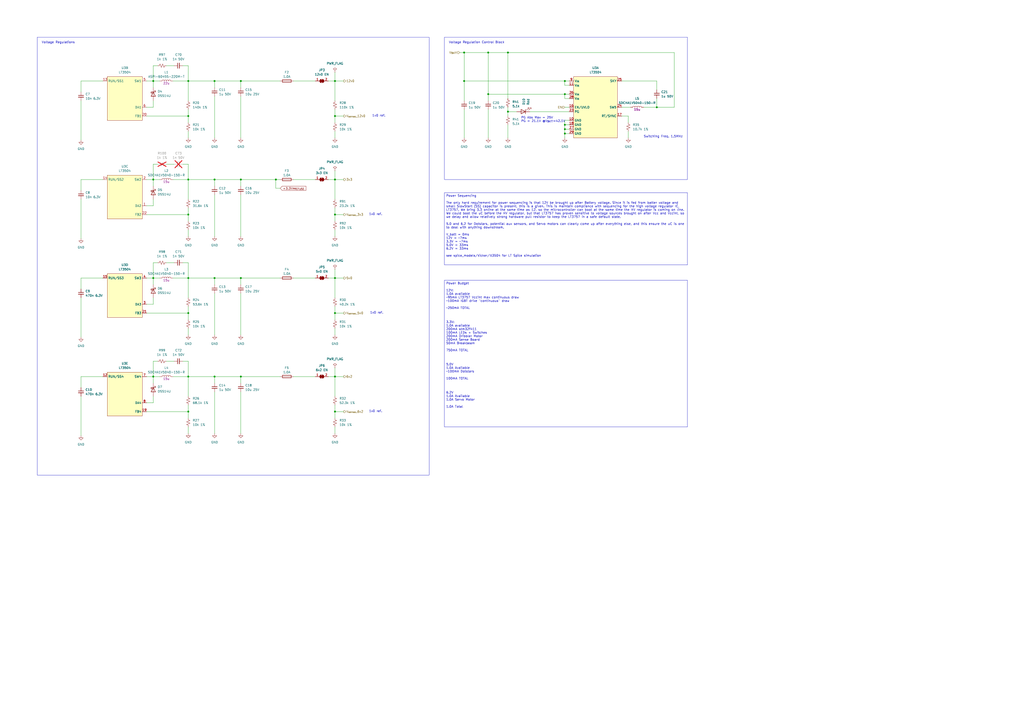
<source format=kicad_sch>
(kicad_sch (version 20230121) (generator eeschema)
  (paper "A2")
  (title_block (title "Kicker") (date "2024-05-23") (rev "3.1") (company "The A-Team (RC SSL)") (comment 1 "W. Stuckey"))
  (lib_symbols
    (symbol "AT-PowerIC:LT3504"
      (property "Reference" "U" (at 0 -24.13 0))
      (property "Value" "LT3504" (at 0 13.97 0))
      (symbol "LT3504_1_1"
        (pin power_in line (at -15.24 -12.7 0) (length 2.54) (name "GND") (number "10"))
        (pin power_in line (at -15.24 7.62 0) (length 2.54) (name "V_{IN}") (number "11"))
        (pin input line (at -15.24 -5.08 0) (length 2.54) (name "EN/UVLO") (number "16"))
        (pin bidirectional line (at 15.24 -10.16 180) (length 2.54) (name "RT/SYNC") (number "17"))
        (pin power_in line (at -15.24 -15.24 0) (length 2.54) (name "GND") (number "18"))
        (pin output line (at -15.24 -7.62 0) (length 2.54) (name "PG") (number "23"))
        (pin bidirectional line (at 15.24 -5.08 180) (length 2.54) (name "SW5") (number "24"))
        (pin bidirectional line (at 15.24 10.16 180) (length 2.54) (name "SKY") (number "25"))
        (pin power_in line (at -15.24 2.54 0) (length 2.54) (name "V_{IN}") (number "26"))
        (pin power_in line (at -15.24 -17.78 0) (length 2.54) (name "GND") (number "27"))
        (pin power_in line (at -15.24 0 0) (length 2.54) (name "V_{IN}") (number "28"))
        (pin power_in line (at -15.24 -20.32 0) (length 2.54) (name "GND") (number "29"))
        (pin power_in line (at -15.24 10.16 0) (length 2.54) (name "V_{IN}") (number "9"))
      )
      (symbol "LT3504_2_1"
        (pin input line (at -12.7 10.16 0) (length 2.54) (name "RUN/SS1") (number "13"))
        (pin input line (at 12.7 -10.16 180) (length 2.54) (name "FB1") (number "20"))
        (pin power_out line (at 12.7 10.16 180) (length 2.54) (name "SW1") (number "5"))
        (pin power_out line (at 12.7 -5.08 180) (length 2.54) (name "DA1") (number "6"))
      )
      (symbol "LT3504_3_1"
        (pin power_out line (at 12.7 -5.08 180) (length 2.54) (name "DA2") (number "1"))
        (pin input line (at -12.7 10.16 0) (length 2.54) (name "RUN/SS2") (number "14"))
        (pin power_out line (at 12.7 10.16 180) (length 2.54) (name "SW2") (number "2"))
        (pin input line (at 12.7 -10.16 180) (length 2.54) (name "FB2") (number "22"))
      )
      (symbol "LT3504_4_1"
        (pin input line (at -12.7 10.16 0) (length 2.54) (name "RUN/SS3") (number "15"))
        (pin input line (at 12.7 -10.16 180) (length 2.54) (name "FB3") (number "21"))
        (pin power_out line (at 12.7 -5.08 180) (length 2.54) (name "DA3") (number "3"))
        (pin power_out line (at 12.7 10.16 180) (length 2.54) (name "SW3") (number "4"))
      )
      (symbol "LT3504_5_1"
        (pin input line (at -12.7 10.16 0) (length 2.54) (name "RUN/SS4") (number "12"))
        (pin input line (at 12.7 -10.16 180) (length 2.54) (name "FB4") (number "19"))
        (pin power_out line (at 12.7 10.16 180) (length 2.54) (name "SW4") (number "7"))
        (pin power_out line (at 12.7 -5.08 180) (length 2.54) (name "DA4") (number "8"))
      )
    )
    (symbol "Device:C_Small" (pin_numbers hide) (pin_names (offset 0.254) hide)
      (property "Reference" "C" (at 0.254 1.778 0))
      (property "Value" "C_Small" (at 0.254 -2.032 0))
      (symbol "C_Small_1_1"
        (pin passive line (at 0 2.54 270) (length 2.032) (name "~") (number "1"))
        (pin passive line (at 0 -2.54 90) (length 2.032) (name "~") (number "2"))
      )
    )
    (symbol "Device:D_Schottky" (pin_numbers hide) (pin_names (offset 1.016) hide)
      (property "Reference" "D" (at 0 2.54 0))
      (property "Value" "D_Schottky" (at 0 -2.54 0))
      (symbol "D_Schottky_1_1"
        (pin passive line (at -3.81 0 0) (length 2.54) (name "K") (number "1"))
        (pin passive line (at 3.81 0 180) (length 2.54) (name "A") (number "2"))
      )
    )
    (symbol "Device:Fuse" (pin_numbers hide) (pin_names (offset 0))
      (property "Reference" "F" (at 2.032 0 90))
      (property "Value" "Fuse" (at -1.905 0 90))
      (symbol "Fuse_1_1"
        (pin passive line (at 0 3.81 270) (length 1.27) (name "~") (number "1"))
        (pin passive line (at 0 -3.81 90) (length 1.27) (name "~") (number "2"))
      )
    )
    (symbol "Device:L" (pin_numbers hide) (pin_names (offset 1.016) hide)
      (property "Reference" "L" (at -1.27 0 90))
      (property "Value" "L" (at 1.905 0 90))
      (symbol "L_1_1"
        (pin passive line (at 0 3.81 270) (length 1.27) (name "1") (number "1"))
        (pin passive line (at 0 -3.81 90) (length 1.27) (name "2") (number "2"))
      )
    )
    (symbol "Device:LED" (pin_numbers hide) (pin_names (offset 1.016) hide)
      (property "Reference" "D" (at 0 2.54 0))
      (property "Value" "LED" (at 0 -2.54 0))
      (symbol "LED_1_1"
        (pin passive line (at -3.81 0 0) (length 2.54) (name "K") (number "1"))
        (pin passive line (at 3.81 0 180) (length 2.54) (name "A") (number "2"))
      )
    )
    (symbol "Device:R_Small_US" (pin_numbers hide) (pin_names (offset 0.254) hide)
      (property "Reference" "R" (at 0.762 0.508 0))
      (property "Value" "R_Small_US" (at 0.762 -1.016 0))
      (symbol "R_Small_US_1_1"
        (pin passive line (at 0 2.54 270) (length 1.016) (name "~") (number "1"))
        (pin passive line (at 0 -2.54 90) (length 1.016) (name "~") (number "2"))
      )
    )
    (symbol "Jumper:SolderJumper_2_Bridged" (pin_names (offset 0) hide)
      (property "Reference" "JP" (at 0 2.032 0))
      (property "Value" "SolderJumper_2_Bridged" (at 0 -2.54 0))
      (symbol "SolderJumper_2_Bridged_1_1"
        (pin passive line (at -3.81 0 0) (length 2.54) (name "A") (number "1"))
        (pin passive line (at 3.81 0 180) (length 2.54) (name "B") (number "2"))
      )
    )
    (symbol "LT3504_1"
      (property "Reference" "U" (at 0 -24.13 0))
      (property "Value" "LT3504" (at 0 13.97 0))
      (symbol "LT3504_1_1_1"
        (pin power_in line (at -15.24 -12.7 0) (length 2.54) (name "GND") (number "10"))
        (pin power_in line (at -15.24 7.62 0) (length 2.54) (name "V_{IN}") (number "11"))
        (pin input line (at -15.24 -5.08 0) (length 2.54) (name "EN/UVLO") (number "16"))
        (pin bidirectional line (at 15.24 -10.16 180) (length 2.54) (name "RT/SYNC") (number "17"))
        (pin power_in line (at -15.24 -15.24 0) (length 2.54) (name "GND") (number "18"))
        (pin output line (at -15.24 -7.62 0) (length 2.54) (name "PG") (number "23"))
        (pin bidirectional line (at 15.24 -5.08 180) (length 2.54) (name "SW5") (number "24"))
        (pin bidirectional line (at 15.24 10.16 180) (length 2.54) (name "SKY") (number "25"))
        (pin power_in line (at -15.24 2.54 0) (length 2.54) (name "V_{IN}") (number "26"))
        (pin power_in line (at -15.24 -17.78 0) (length 2.54) (name "GND") (number "27"))
        (pin power_in line (at -15.24 0 0) (length 2.54) (name "V_{IN}") (number "28"))
        (pin power_in line (at -15.24 -20.32 0) (length 2.54) (name "GND") (number "29"))
        (pin power_in line (at -15.24 10.16 0) (length 2.54) (name "V_{IN}") (number "9"))
      )
      (symbol "LT3504_1_2_1"
        (pin input line (at -12.7 10.16 0) (length 2.54) (name "RUN/SS1") (number "13"))
        (pin input line (at 12.7 -10.16 180) (length 2.54) (name "FB1") (number "20"))
        (pin power_out line (at 12.7 10.16 180) (length 2.54) (name "SW1") (number "5"))
        (pin power_out line (at 12.7 -5.08 180) (length 2.54) (name "DA1") (number "6"))
      )
      (symbol "LT3504_1_3_1"
        (pin power_out line (at 12.7 -5.08 180) (length 2.54) (name "DA2") (number "1"))
        (pin input line (at -12.7 10.16 0) (length 2.54) (name "RUN/SS2") (number "14"))
        (pin power_out line (at 12.7 10.16 180) (length 2.54) (name "SW2") (number "2"))
        (pin input line (at 12.7 -10.16 180) (length 2.54) (name "FB2") (number "22"))
      )
      (symbol "LT3504_1_4_1"
        (pin input line (at -12.7 10.16 0) (length 2.54) (name "RUN/SS3") (number "15"))
        (pin input line (at 12.7 -10.16 180) (length 2.54) (name "FB3") (number "21"))
        (pin power_out line (at 12.7 -5.08 180) (length 2.54) (name "DA3") (number "3"))
        (pin power_out line (at 12.7 10.16 180) (length 2.54) (name "SW3") (number "4"))
      )
      (symbol "LT3504_1_5_1"
        (pin input line (at -12.7 10.16 0) (length 2.54) (name "RUN/SS4") (number "12"))
        (pin input line (at 12.7 -10.16 180) (length 2.54) (name "FB4") (number "19"))
        (pin power_out line (at 12.7 10.16 180) (length 2.54) (name "SW4") (number "7"))
        (pin power_out line (at 12.7 -5.08 180) (length 2.54) (name "DA4") (number "8"))
      )
    )
    (symbol "LT3504_2"
      (property "Reference" "U" (at 0 -24.13 0))
      (property "Value" "LT3504" (at 0 13.97 0))
      (symbol "LT3504_2_1_1"
        (pin power_in line (at -15.24 -12.7 0) (length 2.54) (name "GND") (number "10"))
        (pin power_in line (at -15.24 7.62 0) (length 2.54) (name "V_{IN}") (number "11"))
        (pin input line (at -15.24 -5.08 0) (length 2.54) (name "EN/UVLO") (number "16"))
        (pin bidirectional line (at 15.24 -10.16 180) (length 2.54) (name "RT/SYNC") (number "17"))
        (pin power_in line (at -15.24 -15.24 0) (length 2.54) (name "GND") (number "18"))
        (pin output line (at -15.24 -7.62 0) (length 2.54) (name "PG") (number "23"))
        (pin bidirectional line (at 15.24 -5.08 180) (length 2.54) (name "SW5") (number "24"))
        (pin bidirectional line (at 15.24 10.16 180) (length 2.54) (name "SKY") (number "25"))
        (pin power_in line (at -15.24 2.54 0) (length 2.54) (name "V_{IN}") (number "26"))
        (pin power_in line (at -15.24 -17.78 0) (length 2.54) (name "GND") (number "27"))
        (pin power_in line (at -15.24 0 0) (length 2.54) (name "V_{IN}") (number "28"))
        (pin power_in line (at -15.24 -20.32 0) (length 2.54) (name "GND") (number "29"))
        (pin power_in line (at -15.24 10.16 0) (length 2.54) (name "V_{IN}") (number "9"))
      )
      (symbol "LT3504_2_2_1"
        (pin input line (at -12.7 10.16 0) (length 2.54) (name "RUN/SS1") (number "13"))
        (pin input line (at 12.7 -10.16 180) (length 2.54) (name "FB1") (number "20"))
        (pin power_out line (at 12.7 10.16 180) (length 2.54) (name "SW1") (number "5"))
        (pin power_out line (at 12.7 -5.08 180) (length 2.54) (name "DA1") (number "6"))
      )
      (symbol "LT3504_2_3_1"
        (pin power_out line (at 12.7 -5.08 180) (length 2.54) (name "DA2") (number "1"))
        (pin input line (at -12.7 10.16 0) (length 2.54) (name "RUN/SS2") (number "14"))
        (pin power_out line (at 12.7 10.16 180) (length 2.54) (name "SW2") (number "2"))
        (pin input line (at 12.7 -10.16 180) (length 2.54) (name "FB2") (number "22"))
      )
      (symbol "LT3504_2_4_1"
        (pin input line (at -12.7 10.16 0) (length 2.54) (name "RUN/SS3") (number "15"))
        (pin input line (at 12.7 -10.16 180) (length 2.54) (name "FB3") (number "21"))
        (pin power_out line (at 12.7 -5.08 180) (length 2.54) (name "DA3") (number "3"))
        (pin power_out line (at 12.7 10.16 180) (length 2.54) (name "SW3") (number "4"))
      )
      (symbol "LT3504_2_5_1"
        (pin input line (at -12.7 10.16 0) (length 2.54) (name "RUN/SS4") (number "12"))
        (pin input line (at 12.7 -10.16 180) (length 2.54) (name "FB4") (number "19"))
        (pin power_out line (at 12.7 10.16 180) (length 2.54) (name "SW4") (number "7"))
        (pin power_out line (at 12.7 -5.08 180) (length 2.54) (name "DA4") (number "8"))
      )
    )
    (symbol "LT3504_3"
      (property "Reference" "U" (at 0 -24.13 0))
      (property "Value" "LT3504" (at 0 13.97 0))
      (symbol "LT3504_3_1_1"
        (pin power_in line (at -15.24 -12.7 0) (length 2.54) (name "GND") (number "10"))
        (pin power_in line (at -15.24 7.62 0) (length 2.54) (name "V_{IN}") (number "11"))
        (pin input line (at -15.24 -5.08 0) (length 2.54) (name "EN/UVLO") (number "16"))
        (pin bidirectional line (at 15.24 -10.16 180) (length 2.54) (name "RT/SYNC") (number "17"))
        (pin power_in line (at -15.24 -15.24 0) (length 2.54) (name "GND") (number "18"))
        (pin output line (at -15.24 -7.62 0) (length 2.54) (name "PG") (number "23"))
        (pin bidirectional line (at 15.24 -5.08 180) (length 2.54) (name "SW5") (number "24"))
        (pin bidirectional line (at 15.24 10.16 180) (length 2.54) (name "SKY") (number "25"))
        (pin power_in line (at -15.24 2.54 0) (length 2.54) (name "V_{IN}") (number "26"))
        (pin power_in line (at -15.24 -17.78 0) (length 2.54) (name "GND") (number "27"))
        (pin power_in line (at -15.24 0 0) (length 2.54) (name "V_{IN}") (number "28"))
        (pin power_in line (at -15.24 -20.32 0) (length 2.54) (name "GND") (number "29"))
        (pin power_in line (at -15.24 10.16 0) (length 2.54) (name "V_{IN}") (number "9"))
      )
      (symbol "LT3504_3_2_1"
        (pin input line (at -12.7 10.16 0) (length 2.54) (name "RUN/SS1") (number "13"))
        (pin input line (at 12.7 -10.16 180) (length 2.54) (name "FB1") (number "20"))
        (pin power_out line (at 12.7 10.16 180) (length 2.54) (name "SW1") (number "5"))
        (pin power_out line (at 12.7 -5.08 180) (length 2.54) (name "DA1") (number "6"))
      )
      (symbol "LT3504_3_3_1"
        (pin power_out line (at 12.7 -5.08 180) (length 2.54) (name "DA2") (number "1"))
        (pin input line (at -12.7 10.16 0) (length 2.54) (name "RUN/SS2") (number "14"))
        (pin power_out line (at 12.7 10.16 180) (length 2.54) (name "SW2") (number "2"))
        (pin input line (at 12.7 -10.16 180) (length 2.54) (name "FB2") (number "22"))
      )
      (symbol "LT3504_3_4_1"
        (pin input line (at -12.7 10.16 0) (length 2.54) (name "RUN/SS3") (number "15"))
        (pin input line (at 12.7 -10.16 180) (length 2.54) (name "FB3") (number "21"))
        (pin power_out line (at 12.7 -5.08 180) (length 2.54) (name "DA3") (number "3"))
        (pin power_out line (at 12.7 10.16 180) (length 2.54) (name "SW3") (number "4"))
      )
      (symbol "LT3504_3_5_1"
        (pin input line (at -12.7 10.16 0) (length 2.54) (name "RUN/SS4") (number "12"))
        (pin input line (at 12.7 -10.16 180) (length 2.54) (name "FB4") (number "19"))
        (pin power_out line (at 12.7 10.16 180) (length 2.54) (name "SW4") (number "7"))
        (pin power_out line (at 12.7 -5.08 180) (length 2.54) (name "DA4") (number "8"))
      )
    )
    (symbol "LT3504_4"
      (property "Reference" "U" (at 0 -24.13 0))
      (property "Value" "LT3504" (at 0 13.97 0))
      (symbol "LT3504_4_1_1"
        (pin power_in line (at -15.24 -12.7 0) (length 2.54) (name "GND") (number "10"))
        (pin power_in line (at -15.24 7.62 0) (length 2.54) (name "V_{IN}") (number "11"))
        (pin input line (at -15.24 -5.08 0) (length 2.54) (name "EN/UVLO") (number "16"))
        (pin bidirectional line (at 15.24 -10.16 180) (length 2.54) (name "RT/SYNC") (number "17"))
        (pin power_in line (at -15.24 -15.24 0) (length 2.54) (name "GND") (number "18"))
        (pin output line (at -15.24 -7.62 0) (length 2.54) (name "PG") (number "23"))
        (pin bidirectional line (at 15.24 -5.08 180) (length 2.54) (name "SW5") (number "24"))
        (pin bidirectional line (at 15.24 10.16 180) (length 2.54) (name "SKY") (number "25"))
        (pin power_in line (at -15.24 2.54 0) (length 2.54) (name "V_{IN}") (number "26"))
        (pin power_in line (at -15.24 -17.78 0) (length 2.54) (name "GND") (number "27"))
        (pin power_in line (at -15.24 0 0) (length 2.54) (name "V_{IN}") (number "28"))
        (pin power_in line (at -15.24 -20.32 0) (length 2.54) (name "GND") (number "29"))
        (pin power_in line (at -15.24 10.16 0) (length 2.54) (name "V_{IN}") (number "9"))
      )
      (symbol "LT3504_4_2_1"
        (pin input line (at -12.7 10.16 0) (length 2.54) (name "RUN/SS1") (number "13"))
        (pin input line (at 12.7 -10.16 180) (length 2.54) (name "FB1") (number "20"))
        (pin power_out line (at 12.7 10.16 180) (length 2.54) (name "SW1") (number "5"))
        (pin power_out line (at 12.7 -5.08 180) (length 2.54) (name "DA1") (number "6"))
      )
      (symbol "LT3504_4_3_1"
        (pin power_out line (at 12.7 -5.08 180) (length 2.54) (name "DA2") (number "1"))
        (pin input line (at -12.7 10.16 0) (length 2.54) (name "RUN/SS2") (number "14"))
        (pin power_out line (at 12.7 10.16 180) (length 2.54) (name "SW2") (number "2"))
        (pin input line (at 12.7 -10.16 180) (length 2.54) (name "FB2") (number "22"))
      )
      (symbol "LT3504_4_4_1"
        (pin input line (at -12.7 10.16 0) (length 2.54) (name "RUN/SS3") (number "15"))
        (pin input line (at 12.7 -10.16 180) (length 2.54) (name "FB3") (number "21"))
        (pin power_out line (at 12.7 -5.08 180) (length 2.54) (name "DA3") (number "3"))
        (pin power_out line (at 12.7 10.16 180) (length 2.54) (name "SW3") (number "4"))
      )
      (symbol "LT3504_4_5_1"
        (pin input line (at -12.7 10.16 0) (length 2.54) (name "RUN/SS4") (number "12"))
        (pin input line (at 12.7 -10.16 180) (length 2.54) (name "FB4") (number "19"))
        (pin power_out line (at 12.7 10.16 180) (length 2.54) (name "SW4") (number "7"))
        (pin power_out line (at 12.7 -5.08 180) (length 2.54) (name "DA4") (number "8"))
      )
    )
    (symbol "power:GND" (power) (pin_names (offset 0))
      (property "Value" "GND" (at 0 -3.81 0))
      (symbol "GND_1_1"
        (pin power_in line (at 0 0 270) (length 0) hide (name "GND") (number "1"))
      )
    )
    (symbol "power:PWR_FLAG" (power) (pin_numbers hide) (pin_names (offset 0) hide)
      (property "Value" "PWR_FLAG" (at 0 3.81 0))
      (symbol "PWR_FLAG_0_0"
        (pin power_out line (at 0 0 90) (length 0) (name "pwr") (number "1"))
      )
    )
  )
  (junction (at 124.46 46.99))
  (junction (at 327.66 46.99))
  (junction (at 88.9 104.14))
  (junction (at 194.31 218.44))
  (junction (at 88.9 161.29))
  (junction (at 139.7 218.44))
  (junction (at 294.64 30.48))
  (junction (at 327.66 54.61))
  (junction (at 194.31 181.61))
  (junction (at 124.46 161.29))
  (junction (at 194.31 46.99))
  (junction (at 109.22 67.31))
  (junction (at 88.9 46.99))
  (junction (at 381 62.23))
  (junction (at 327.66 72.39))
  (junction (at 109.22 218.44))
  (junction (at 109.22 181.61))
  (junction (at 109.22 161.29))
  (junction (at 283.21 54.61))
  (junction (at 88.9 218.44))
  (junction (at 160.02 104.14))
  (junction (at 194.31 104.14))
  (junction (at 194.31 67.31))
  (junction (at 194.31 161.29))
  (junction (at 109.22 104.14))
  (junction (at 124.46 104.14))
  (junction (at 109.22 124.46))
  (junction (at 283.21 30.48))
  (junction (at 194.31 124.46))
  (junction (at 327.66 74.93))
  (junction (at 139.7 104.14))
  (junction (at 109.22 238.76))
  (junction (at 269.24 30.48))
  (junction (at 269.24 46.99))
  (junction (at 139.7 161.29))
  (junction (at 294.64 64.77))
  (junction (at 194.31 238.76))
  (junction (at 139.7 46.99))
  (junction (at 124.46 218.44))
  (junction (at 109.22 46.99))
  (junction (at 327.66 77.47))
  (wire (pts (xy 327.66 57.15) (xy 330.2 57.15)))
  (wire (pts (xy 269.24 46.99) (xy 327.66 46.99)))
  (wire (pts (xy 139.7 218.44) (xy 162.56 218.44)))
  (wire (pts (xy 46.99 46.99) (xy 46.99 53.34)))
  (wire (pts (xy 294.64 30.48) (xy 294.64 57.15)))
  (wire (pts (xy 109.22 95.25) (xy 109.22 104.14)))
  (wire (pts (xy 109.22 238.76) (xy 109.22 234.95)))
  (wire (pts (xy 194.31 247.65) (xy 194.31 251.46)))
  (wire (pts (xy 194.31 190.5) (xy 194.31 194.31)))
  (wire (pts (xy 109.22 229.87) (xy 109.22 218.44)))
  (wire (pts (xy 194.31 99.06) (xy 194.31 104.14)))
  (wire (pts (xy 85.09 176.53) (xy 88.9 176.53)))
  (wire (pts (xy 194.31 156.21) (xy 194.31 161.29)))
  (wire (pts (xy 139.7 50.8) (xy 139.7 46.99)))
  (wire (pts (xy 294.64 72.39) (xy 294.64 80.01)))
  (wire (pts (xy 360.68 62.23) (xy 365.76 62.23)))
  (wire (pts (xy 194.31 76.2) (xy 194.31 80.01)))
  (wire (pts (xy 194.31 124.46) (xy 194.31 120.65)))
  (wire (pts (xy 88.9 38.1) (xy 91.44 38.1)))
  (wire (pts (xy 124.46 227.33) (xy 124.46 251.46)))
  (wire (pts (xy 199.39 238.76) (xy 194.31 238.76)))
  (wire (pts (xy 109.22 181.61) (xy 109.22 177.8)))
  (wire (pts (xy 139.7 107.95) (xy 139.7 104.14)))
  (wire (pts (xy 88.9 119.38) (xy 88.9 115.57)))
  (wire (pts (xy 109.22 46.99) (xy 124.46 46.99)))
  (wire (pts (xy 162.56 109.22) (xy 160.02 109.22)))
  (wire (pts (xy 109.22 38.1) (xy 109.22 46.99)))
  (wire (pts (xy 327.66 69.85) (xy 330.2 69.85)))
  (wire (pts (xy 88.9 46.99) (xy 88.9 50.8)))
  (wire (pts (xy 327.66 72.39) (xy 330.2 72.39)))
  (wire (pts (xy 59.69 104.14) (xy 46.99 104.14)))
  (wire (pts (xy 360.68 46.99) (xy 381 46.99)))
  (wire (pts (xy 88.9 104.14) (xy 88.9 95.25)))
  (wire (pts (xy 139.7 222.25) (xy 139.7 218.44)))
  (wire (pts (xy 85.09 67.31) (xy 109.22 67.31)))
  (wire (pts (xy 124.46 161.29) (xy 139.7 161.29)))
  (wire (pts (xy 109.22 190.5) (xy 109.22 194.31)))
  (wire (pts (xy 109.22 76.2) (xy 109.22 80.01)))
  (wire (pts (xy 194.31 104.14) (xy 199.39 104.14)))
  (wire (pts (xy 269.24 30.48) (xy 283.21 30.48)))
  (wire (pts (xy 170.18 46.99) (xy 182.88 46.99)))
  (wire (pts (xy 88.9 218.44) (xy 92.71 218.44)))
  (wire (pts (xy 85.09 238.76) (xy 109.22 238.76)))
  (wire (pts (xy 139.7 161.29) (xy 162.56 161.29)))
  (wire (pts (xy 139.7 113.03) (xy 139.7 137.16)))
  (wire (pts (xy 106.045 152.4) (xy 109.22 152.4)))
  (wire (pts (xy 299.72 64.77) (xy 294.64 64.77)))
  (wire (pts (xy 194.31 67.31) (xy 194.31 71.12)))
  (wire (pts (xy 124.46 55.88) (xy 124.46 80.01)))
  (wire (pts (xy 59.69 46.99) (xy 46.99 46.99)))
  (wire (pts (xy 194.31 213.36) (xy 194.31 218.44)))
  (wire (pts (xy 88.9 104.14) (xy 88.9 107.95)))
  (wire (pts (xy 194.31 238.76) (xy 194.31 234.95)))
  (wire (pts (xy 160.02 104.14) (xy 162.56 104.14)))
  (wire (pts (xy 190.5 161.29) (xy 194.31 161.29)))
  (wire (pts (xy 327.66 77.47) (xy 327.66 74.93)))
  (wire (pts (xy 106.045 38.1) (xy 109.22 38.1)))
  (wire (pts (xy 170.18 218.44) (xy 182.88 218.44)))
  (wire (pts (xy 194.31 238.76) (xy 194.31 242.57)))
  (wire (pts (xy 88.9 104.14) (xy 92.71 104.14)))
  (wire (pts (xy 109.22 209.55) (xy 109.22 218.44)))
  (wire (pts (xy 283.21 30.48) (xy 294.64 30.48)))
  (wire (pts (xy 96.52 38.1) (xy 100.965 38.1)))
  (wire (pts (xy 194.31 181.61) (xy 194.31 185.42)))
  (wire (pts (xy 194.31 58.42) (xy 194.31 46.99)))
  (wire (pts (xy 88.9 218.44) (xy 88.9 209.55)))
  (wire (pts (xy 139.7 227.33) (xy 139.7 251.46)))
  (wire (pts (xy 109.22 67.31) (xy 109.22 71.12)))
  (wire (pts (xy 327.66 74.93) (xy 327.66 72.39)))
  (wire (pts (xy 46.99 58.42) (xy 46.99 81.28)))
  (wire (pts (xy 96.52 95.25) (xy 100.965 95.25)))
  (wire (pts (xy 88.9 161.29) (xy 88.9 165.1)))
  (wire (pts (xy 194.31 124.46) (xy 194.31 128.27)))
  (wire (pts (xy 124.46 46.99) (xy 139.7 46.99)))
  (wire (pts (xy 124.46 107.95) (xy 124.46 104.14)))
  (wire (pts (xy 194.31 172.72) (xy 194.31 161.29)))
  (wire (pts (xy 109.22 104.14) (xy 124.46 104.14)))
  (wire (pts (xy 46.99 218.44) (xy 46.99 224.79)))
  (wire (pts (xy 109.22 218.44) (xy 124.46 218.44)))
  (wire (pts (xy 194.31 67.31) (xy 194.31 63.5)))
  (wire (pts (xy 283.21 54.61) (xy 283.21 30.48)))
  (wire (pts (xy 139.7 165.1) (xy 139.7 161.29)))
  (wire (pts (xy 109.22 58.42) (xy 109.22 46.99)))
  (wire (pts (xy 283.21 58.42) (xy 283.21 54.61)))
  (wire (pts (xy 109.22 238.76) (xy 109.22 242.57)))
  (wire (pts (xy 139.7 170.18) (xy 139.7 194.31)))
  (wire (pts (xy 381 46.99) (xy 381 52.07)))
  (wire (pts (xy 391.16 62.23) (xy 391.16 30.48)))
  (wire (pts (xy 194.31 218.44) (xy 199.39 218.44)))
  (wire (pts (xy 109.22 124.46) (xy 109.22 120.65)))
  (wire (pts (xy 46.99 172.72) (xy 46.99 195.58)))
  (wire (pts (xy 266.7 30.48) (xy 269.24 30.48)))
  (wire (pts (xy 194.31 41.91) (xy 194.31 46.99)))
  (wire (pts (xy 373.38 62.23) (xy 381 62.23)))
  (wire (pts (xy 190.5 104.14) (xy 194.31 104.14)))
  (wire (pts (xy 85.09 233.68) (xy 88.9 233.68)))
  (wire (pts (xy 88.9 233.68) (xy 88.9 229.87)))
  (wire (pts (xy 139.7 46.99) (xy 162.56 46.99)))
  (wire (pts (xy 109.22 133.35) (xy 109.22 137.16)))
  (wire (pts (xy 199.39 124.46) (xy 194.31 124.46)))
  (wire (pts (xy 381 62.23) (xy 391.16 62.23)))
  (wire (pts (xy 381 62.23) (xy 381 57.15)))
  (wire (pts (xy 327.66 72.39) (xy 327.66 69.85)))
  (wire (pts (xy 46.99 104.14) (xy 46.99 110.49)))
  (wire (pts (xy 59.69 161.29) (xy 46.99 161.29)))
  (wire (pts (xy 106.045 95.25) (xy 109.22 95.25)))
  (wire (pts (xy 327.66 54.61) (xy 327.66 57.15)))
  (wire (pts (xy 109.22 161.29) (xy 124.46 161.29)))
  (wire (pts (xy 96.52 209.55) (xy 100.965 209.55)))
  (wire (pts (xy 124.46 218.44) (xy 139.7 218.44)))
  (wire (pts (xy 109.22 247.65) (xy 109.22 251.46)))
  (wire (pts (xy 88.9 161.29) (xy 92.71 161.29)))
  (wire (pts (xy 109.22 218.44) (xy 100.33 218.44)))
  (wire (pts (xy 88.9 95.25) (xy 91.44 95.25)))
  (wire (pts (xy 330.2 46.99) (xy 327.66 46.99)))
  (wire (pts (xy 59.69 218.44) (xy 46.99 218.44)))
  (wire (pts (xy 109.22 152.4) (xy 109.22 161.29)))
  (wire (pts (xy 194.31 133.35) (xy 194.31 137.16)))
  (wire (pts (xy 364.49 80.01) (xy 364.49 76.2)))
  (wire (pts (xy 124.46 113.03) (xy 124.46 137.16)))
  (wire (pts (xy 85.09 181.61) (xy 109.22 181.61)))
  (wire (pts (xy 327.66 74.93) (xy 330.2 74.93)))
  (wire (pts (xy 269.24 63.5) (xy 269.24 80.01)))
  (wire (pts (xy 88.9 46.99) (xy 88.9 38.1)))
  (wire (pts (xy 194.31 181.61) (xy 194.31 177.8)))
  (wire (pts (xy 283.21 63.5) (xy 283.21 80.01)))
  (wire (pts (xy 364.49 67.31) (xy 364.49 71.12)))
  (wire (pts (xy 85.09 104.14) (xy 88.9 104.14)))
  (wire (pts (xy 46.99 229.87) (xy 46.99 252.73)))
  (wire (pts (xy 88.9 209.55) (xy 91.44 209.55)))
  (wire (pts (xy 194.31 229.87) (xy 194.31 218.44)))
  (wire (pts (xy 194.31 46.99) (xy 199.39 46.99)))
  (wire (pts (xy 327.66 77.47) (xy 330.2 77.47)))
  (wire (pts (xy 85.09 218.44) (xy 88.9 218.44)))
  (wire (pts (xy 85.09 46.99) (xy 88.9 46.99)))
  (wire (pts (xy 124.46 170.18) (xy 124.46 194.31)))
  (wire (pts (xy 294.64 64.77) (xy 294.64 67.31)))
  (wire (pts (xy 85.09 161.29) (xy 88.9 161.29)))
  (wire (pts (xy 190.5 218.44) (xy 194.31 218.44)))
  (wire (pts (xy 109.22 104.14) (xy 100.33 104.14)))
  (wire (pts (xy 139.7 55.88) (xy 139.7 80.01)))
  (wire (pts (xy 124.46 222.25) (xy 124.46 218.44)))
  (wire (pts (xy 88.9 152.4) (xy 91.44 152.4)))
  (wire (pts (xy 330.2 54.61) (xy 327.66 54.61)))
  (wire (pts (xy 109.22 172.72) (xy 109.22 161.29)))
  (wire (pts (xy 170.18 161.29) (xy 182.88 161.29)))
  (wire (pts (xy 88.9 46.99) (xy 92.71 46.99)))
  (wire (pts (xy 327.66 80.01) (xy 327.66 77.47)))
  (wire (pts (xy 294.64 64.77) (xy 294.64 62.23)))
  (wire (pts (xy 327.66 49.53) (xy 330.2 49.53)))
  (wire (pts (xy 194.31 115.57) (xy 194.31 104.14)))
  (wire (pts (xy 294.64 30.48) (xy 391.16 30.48)))
  (wire (pts (xy 139.7 104.14) (xy 160.02 104.14)))
  (wire (pts (xy 199.39 181.61) (xy 194.31 181.61)))
  (wire (pts (xy 360.68 67.31) (xy 364.49 67.31)))
  (wire (pts (xy 88.9 218.44) (xy 88.9 222.25)))
  (wire (pts (xy 124.46 50.8) (xy 124.46 46.99)))
  (wire (pts (xy 88.9 161.29) (xy 88.9 152.4)))
  (wire (pts (xy 109.22 124.46) (xy 109.22 128.27)))
  (wire (pts (xy 109.22 161.29) (xy 100.33 161.29)))
  (wire (pts (xy 106.045 209.55) (xy 109.22 209.55)))
  (wire (pts (xy 109.22 181.61) (xy 109.22 185.42)))
  (wire (pts (xy 88.9 62.23) (xy 88.9 58.42)))
  (wire (pts (xy 283.21 54.61) (xy 327.66 54.61)))
  (wire (pts (xy 88.9 176.53) (xy 88.9 172.72)))
  (wire (pts (xy 85.09 119.38) (xy 88.9 119.38)))
  (wire (pts (xy 109.22 67.31) (xy 109.22 63.5)))
  (wire (pts (xy 269.24 46.99) (xy 269.24 58.42)))
  (wire (pts (xy 46.99 115.57) (xy 46.99 138.43)))
  (wire (pts (xy 199.39 67.31) (xy 194.31 67.31)))
  (wire (pts (xy 85.09 62.23) (xy 88.9 62.23)))
  (wire (pts (xy 170.18 104.14) (xy 182.88 104.14)))
  (wire (pts (xy 85.09 124.46) (xy 109.22 124.46)))
  (wire (pts (xy 124.46 104.14) (xy 139.7 104.14)))
  (wire (pts (xy 124.46 165.1) (xy 124.46 161.29)))
  (wire (pts (xy 307.34 64.77) (xy 330.2 64.77)))
  (wire (pts (xy 327.66 62.23) (xy 330.2 62.23)))
  (wire (pts (xy 109.22 46.99) (xy 100.33 46.99)))
  (wire (pts (xy 160.02 109.22) (xy 160.02 104.14)))
  (wire (pts (xy 269.24 30.48) (xy 269.24 46.99)))
  (wire (pts (xy 190.5 46.99) (xy 194.31 46.99)))
  (wire (pts (xy 109.22 115.57) (xy 109.22 104.14)))
  (wire (pts (xy 194.31 161.29) (xy 199.39 161.29)))
  (wire (pts (xy 46.99 161.29) (xy 46.99 167.64)))
  (wire (pts (xy 327.66 46.99) (xy 327.66 49.53)))
  (wire (pts (xy 96.52 152.4) (xy 100.965 152.4)))
  (rectangle (start 21.59 21.59) (end 248.92 275.59))
  (rectangle (start 257.81 21.59) (end 398.78 104.14))
  (text_box "Power Sequencing\n\nThe only hard requirement for power sequencing is that 12V be brought up after Battery voltage. Since it is fed from batter voltage and small SlowStart (SS) capacitor is present, this is a given. This is maintain compliance with sequencing for the high voltage regulator IC, LT3757. We bring 3.3 online at the same time as 12, so the microcontroller can boot at the same time the HV regulator is coming on line. We could boot the uC before the HV regulator, but that LT3757 has proven sensitive to voltage sources brought on after Vcc and Vccint, so we delay and allow relatively strong hardware pull resistor to keep the LT3757 in a safe default state.\n\n5.0 and 6.2 for Dotstars, potential aux sensors, and Servo motors can clearly come up after everything else, and this ensure the uC is one to deal with anything downstream.\n\nV_batt = 0ms\n12V = ~7ms\n3.3V = ~7ms\n5.0V = 33ms\n6.2V = 33ms\n\nsee spice_models/kicker/lt3504 for LT Spice simulation" (at 257.81 111.76 0) (size 140.97 41.91) (effects (font (size 1.27 1.27)) (justify left top)))
  (text_box "Power Budget\n\n12V: \n1.0A available\n~95mA LT3757 Vccint max continuous draw\n~100mA IGBT drive \"continuous\" draw\n\n~250mA TOTAL\n\n\n\n3.3V:\n1.0A available\n200mA stm32f411\n100mA LEDs + Switches\n200mA Dribbler Motor\n200mA Sense Board\n50mA Breakbeam\n\n750mA TOTAL\n\n\n\n5.0V\n1.0A Available\n~100mA Dotstars\n\n100mA TOTAL\n\n\n\n6.2V\n1.0A Available\n1.0A Servo Motor\n\n1.0A Total\n" (at 257.81 162.56 0) (size 140.97 85.09) (effects (font (size 1.27 1.27)) (justify left top)))
  (text "1v0 ref." (at 213.995 125.095 0) (effects (font (size 1.27 1.27)) (justify left bottom)))
  (text "Switching Freq. 1.5MHz" (at 373.38 80.01 0) (effects (font (size 1.27 1.27)) (justify left bottom)))
  (text "1v0 ref." (at 213.995 239.395 0) (effects (font (size 1.27 1.27)) (justify left bottom)))
  (text "PG Abs Max = 25V\nPG = 21.1V @V_{BATT}=42.1V" (at 302.26 71.12 0) (effects (font (size 1.27 1.27)) (justify left bottom)))
  (text "1v0 ref." (at 215.9 67.945 0) (effects (font (size 1.27 1.27)) (justify left bottom)))
  (text "Voltage Regulations" (at 24.13 25.4 0) (effects (font (size 1.27 1.27)) (justify left bottom)))
  (text "1v0 ref." (at 214.63 182.245 0) (effects (font (size 1.27 1.27)) (justify left bottom)))
  (text "Voltage Regulation Control Block" (at 260.35 25.4 0) (effects (font (size 1.27 1.27)) (justify left bottom)))
  (global_label "+3.3V_{PREFUSE}" (shape input) (at 162.56 109.22 0) (property "Intersheetrefs" "${INTERSHEET_REFS}" (effects hide)))
  (hierarchical_label "6v2" (shape output) (at 199.39 218.44 0))
  (hierarchical_label "V_{BATT}" (shape input) (at 266.7 30.48 180))
  (hierarchical_label "3v3" (shape output) (at 199.39 104.14 0))
  (hierarchical_label "5v0" (shape output) (at 199.39 161.29 0))
  (hierarchical_label "V_{sense}_5v0" (shape output) (at 199.39 181.61 0))
  (hierarchical_label "V_{sense}_3v3" (shape output) (at 199.39 124.46 0))
  (hierarchical_label "EN" (shape input) (at 327.66 62.23 180))
  (hierarchical_label "V_{sense}_6v2" (shape output) (at 199.39 238.76 0))
  (hierarchical_label "V_{sense}_12v0" (shape output) (at 199.39 67.31 0))
  (hierarchical_label "12v0" (shape output) (at 199.39 46.99 0))
  (symbol (lib_id "Device:R_Small_US") (at 109.22 60.96 0) (unit 1)
    (property "Reference" "R20" (at 111.76 59.69 0) (effects (justify left)))
    (property "Value" "140k 1%" (at 111.76 62.23 0) (effects (justify left)))
    (property "Footprint" "Resistor_SMD:R_0402_1005Metric" (effects hide))
  )
  (symbol (lib_id "Device:R_Small_US") (at 109.22 187.96 0) (unit 1)
    (property "Reference" "R25" (at 111.76 186.69 0) (effects (justify left)))
    (property "Value" "10k 1%" (at 111.76 189.23 0) (effects (justify left)))
    (property "Footprint" "Resistor_SMD:R_0402_1005Metric" (effects hide))
  )
  (symbol (lib_id "Device:C_Small") (at 103.505 209.55 90) (unit 1)
    (property "Reference" "C72" (at 103.5113 203.2 90))
    (property "Value" "1n 50V" (at 103.5113 205.74 90))
    (property "Footprint" "Capacitor_SMD:C_0402_1005Metric" (effects hide))
  )
  (symbol (lib_id "Device:Fuse") (at 166.37 218.44 90) (unit 1)
    (property "Reference" "F5" (at 166.37 213.36 90))
    (property "Value" "1.0A" (at 166.37 215.9 90))
    (property "Footprint" "Fuse:Fuse_0603_1608Metric" (effects hide))
    (property "Datasheet" "https://datasheet.lcsc.com/lcsc/2304140030_Littelfuse-0467001-NRHF_C151139.pdf" (effects hide))
  )
  (symbol (lib_id "power:PWR_FLAG") (at 194.31 41.91 0) (unit 1)
    (property "Reference" "#FLG01" (effects hide))
    (property "Value" "PWR_FLAG" (at 194.31 36.83 0))
    (instances (project "kicker" (path "" (reference "#FLG01") (unit 1)) (path "" (reference "#FLG06") (unit 1)) (path "" (reference "#FLG07") (unit 1))) (project "control" (path "" (reference "#FLG03") (unit 1))))
  )
  (symbol (lib_id "Device:D_Schottky") (at 88.9 111.76 270) (unit 1)
    (property "Reference" "D5" (at 91.44 110.1725 90) (effects (justify left)))
    (property "Value" "DSS14U" (at 91.44 112.7125 90) (effects (justify left)))
    (property "Footprint" "Diode_SMD:D_SOD-123F" (effects hide))
  )
  (symbol (lib_id "Device:C_Small") (at 124.46 53.34 0) (unit 1)
    (property "Reference" "C11" (at 127 52.0763 0) (effects (justify left)))
    (property "Value" "1u 50V" (at 127 54.6163 0) (effects (justify left)))
    (property "Footprint" "Capacitor_SMD:C_0402_1005Metric" (effects hide))
  )
  (symbol (lib_name "LT3504_1") (lib_id "AT-PowerIC:LT3504") (at 345.44 57.15 0) (unit 1)
    (property "Reference" "U3" (at 345.44 39.37 0))
    (property "Value" "LT3504" (at 345.44 41.91 0))
    (property "Footprint" "AT-IC:UFD" (effects hide))
    (property "Datasheet" "https://www.analog.com/media/en/technical-documentation/data-sheets/3504fa.pdf" (effects hide))
  )
  (symbol (lib_id "Device:C_Small") (at 46.99 113.03 0) (unit 1)
    (property "Reference" "C8" (at 49.53 111.7663 0) (effects (justify left)))
    (property "Value" "10n 6.3V" (at 49.53 114.3063 0) (effects (justify left)))
    (property "Footprint" "Capacitor_SMD:C_0402_1005Metric" (effects hide))
  )
  (symbol (lib_id "Device:L") (at 96.52 161.29 90) (unit 1)
    (property "Reference" "L3" (at 96.52 156.21 90))
    (property "Value" "SDCHA1V5040-150-R" (at 96.52 158.75 90))
    (property "Footprint" "AT-Inductors:SDCHA1V50" (effects hide))
    (property "Datasheet" "https://www.digikey.com/en/products/detail/eaton-electronics-division/SDCHA1V5040-150-R/15926170" (effects hide))
    (property "Val2" "15u" (at 96.52 162.56 90))
  )
  (symbol (lib_id "Device:R_Small_US") (at 109.22 175.26 0) (unit 1)
    (property "Reference" "R24" (at 111.76 173.99 0) (effects (justify left)))
    (property "Value" "53.6k 1%" (at 111.76 176.53 0) (effects (justify left)))
    (property "Footprint" "Resistor_SMD:R_0402_1005Metric" (effects hide))
  )
  (symbol (lib_id "power:GND") (at 124.46 251.46 0) (unit 1)
    (property "Reference" "#PWR037" (effects hide))
    (property "Value" "GND" (at 124.46 256.54 0))
  )
  (symbol (lib_id "power:GND") (at 194.31 194.31 0) (mirror y) (unit 1)
    (property "Reference" "#PWR043" (effects hide))
    (property "Value" "GND" (at 194.31 199.39 0))
  )
  (symbol (lib_id "Device:R_Small_US") (at 93.98 209.55 90) (unit 1)
    (property "Reference" "R99" (at 93.98 203.2 90))
    (property "Value" "1k 1%" (at 93.98 205.74 90))
    (property "Footprint" "Resistor_SMD:R_0402_1005Metric" (effects hide))
  )
  (symbol (lib_id "power:GND") (at 109.22 137.16 0) (unit 1)
    (property "Reference" "#PWR031" (effects hide))
    (property "Value" "GND" (at 109.22 142.24 0))
  )
  (symbol (lib_id "power:GND") (at 194.31 251.46 0) (mirror y) (unit 1)
    (property "Reference" "#PWR044" (effects hide))
    (property "Value" "GND" (at 194.31 256.54 0))
  )
  (symbol (lib_name "LT3504_2") (lib_id "AT-PowerIC:LT3504") (at 72.39 228.6 0) (unit 5)
    (property "Reference" "U3" (at 72.39 210.82 0))
    (property "Value" "LT3504" (at 72.39 213.36 0))
    (property "Footprint" "AT-IC:UFD" (effects hide))
    (property "Datasheet" "https://www.analog.com/media/en/technical-documentation/data-sheets/3504fa.pdf" (effects hide))
  )
  (symbol (lib_id "Device:R_Small_US") (at 194.31 232.41 0) (unit 1)
    (property "Reference" "R32" (at 196.85 231.14 0) (effects (justify left)))
    (property "Value" "52.3k 1%" (at 196.85 233.68 0) (effects (justify left)))
    (property "Footprint" "Resistor_SMD:R_0402_1005Metric" (effects hide))
  )
  (symbol (lib_id "power:GND") (at 109.22 80.01 0) (unit 1)
    (property "Reference" "#PWR030" (effects hide))
    (property "Value" "GND" (at 109.22 85.09 0))
  )
  (symbol (lib_id "Device:C_Small") (at 283.21 60.96 0) (unit 1)
    (property "Reference" "C20" (at 285.75 59.6963 0) (effects (justify left)))
    (property "Value" "1u 50V" (at 285.75 62.2363 0) (effects (justify left)))
    (property "Footprint" "Capacitor_SMD:C_0402_1005Metric" (effects hide))
  )
  (symbol (lib_id "Device:R_Small_US") (at 109.22 232.41 0) (unit 1)
    (property "Reference" "R26" (at 111.76 231.14 0) (effects (justify left)))
    (property "Value" "68.1k 1%" (at 111.76 233.68 0) (effects (justify left)))
    (property "Footprint" "Resistor_SMD:R_0402_1005Metric" (effects hide))
  )
  (symbol (lib_id "Device:R_Small_US") (at 194.31 175.26 0) (mirror y) (unit 1)
    (property "Reference" "R30" (at 196.85 173.99 0) (effects (justify right)))
    (property "Value" "40.2k 1%" (at 196.85 176.53 0) (effects (justify right)))
    (property "Footprint" "Resistor_SMD:R_0402_1005Metric" (effects hide))
  )
  (symbol (lib_id "power:PWR_FLAG") (at 194.31 213.36 0) (unit 1)
    (property "Reference" "#FLG01" (effects hide))
    (property "Value" "PWR_FLAG" (at 194.31 208.28 0))
    (instances (project "kicker" (path "" (reference "#FLG01") (unit 1)) (path "" (reference "#FLG06") (unit 1)) (path "" (reference "#FLG010") (unit 1))) (project "control" (path "" (reference "#FLG03") (unit 1))))
  )
  (symbol (lib_id "Device:R_Small_US") (at 93.98 38.1 90) (unit 1)
    (property "Reference" "R97" (at 93.98 31.75 90))
    (property "Value" "1k 1%" (at 93.98 34.29 90))
    (property "Footprint" "Resistor_SMD:R_0402_1005Metric" (effects hide))
  )
  (symbol (lib_id "Device:R_Small_US") (at 109.22 73.66 0) (unit 1)
    (property "Reference" "R21" (at 111.76 72.39 0) (effects (justify left)))
    (property "Value" "10k 1%" (at 111.76 74.93 0) (effects (justify left)))
    (property "Footprint" "Resistor_SMD:R_0402_1005Metric" (effects hide))
  )
  (symbol (lib_id "power:GND") (at 46.99 195.58 0) (unit 1)
    (property "Reference" "#PWR028" (effects hide))
    (property "Value" "GND" (at 46.99 200.66 0))
  )
  (symbol (lib_id "Device:C_Small") (at 124.46 167.64 0) (unit 1)
    (property "Reference" "C13" (at 127 166.3763 0) (effects (justify left)))
    (property "Value" "1u 50V" (at 127 168.9163 0) (effects (justify left)))
    (property "Footprint" "Capacitor_SMD:C_0402_1005Metric" (effects hide))
  )
  (symbol (lib_id "power:GND") (at 139.7 251.46 0) (unit 1)
    (property "Reference" "#PWR041" (effects hide))
    (property "Value" "GND" (at 139.7 256.54 0))
  )
  (symbol (lib_id "Device:R_Small_US") (at 109.22 130.81 0) (unit 1)
    (property "Reference" "R23" (at 111.76 129.54 0) (effects (justify left)))
    (property "Value" "10k 1%" (at 111.76 132.08 0) (effects (justify left)))
    (property "Footprint" "Resistor_SMD:R_0402_1005Metric" (effects hide))
  )
  (symbol (lib_id "power:PWR_FLAG") (at 194.31 99.06 0) (unit 1)
    (property "Reference" "#FLG01" (effects hide))
    (property "Value" "PWR_FLAG" (at 194.31 93.98 0))
    (instances (project "kicker" (path "" (reference "#FLG01") (unit 1)) (path "" (reference "#FLG06") (unit 1)) (path "" (reference "#FLG08") (unit 1))) (project "control" (path "" (reference "#FLG03") (unit 1))))
  )
  (symbol (lib_id "power:GND") (at 327.66 80.01 0) (unit 1)
    (property "Reference" "#PWR047" (effects hide))
    (property "Value" "GND" (at 327.66 85.09 0))
  )
  (symbol (lib_id "Device:R_Small_US") (at 294.64 59.69 0) (unit 1)
    (property "Reference" "R41" (at 297.18 59.055 0) (effects (justify left)))
    (property "Value" "5.1k" (at 297.18 61.595 0) (effects (justify left)))
    (property "Footprint" "Resistor_SMD:R_0402_1005Metric" (effects hide))
    (instances (project "kicker" (path "" (reference "R41") (unit 1)) (path "" (reference "R34") (unit 1))) (project "kicker" (path "" (reference "R44") (unit 1))))
  )
  (symbol (lib_id "Device:R_Small_US") (at 194.31 60.96 0) (mirror y) (unit 1)
    (property "Reference" "R28" (at 196.85 59.69 0) (effects (justify right)))
    (property "Value" "110k 1%" (at 196.85 62.23 0) (effects (justify right)))
    (property "Footprint" "Resistor_SMD:R_0402_1005Metric" (effects hide))
  )
  (symbol (lib_id "Device:C_Small") (at 139.7 53.34 0) (unit 1)
    (property "Reference" "C15" (at 142.24 52.0763 0) (effects (justify left)))
    (property "Value" "10u 25V" (at 142.24 54.6163 0) (effects (justify left)))
    (property "Footprint" "Capacitor_SMD:C_0603_1608Metric" (effects hide))
  )
  (symbol (lib_id "Device:C_Small") (at 139.7 110.49 0) (unit 1)
    (property "Reference" "C16" (at 142.24 109.2263 0) (effects (justify left)))
    (property "Value" "10u 25V" (at 142.24 111.7663 0) (effects (justify left)))
    (property "Footprint" "Capacitor_SMD:C_0603_1608Metric" (effects hide))
  )
  (symbol (lib_id "Device:R_Small_US") (at 93.98 95.25 90) (unit 1) (dnp yes)
    (property "Reference" "R100" (at 93.98 88.9 90))
    (property "Value" "1k 1%" (at 93.98 91.44 90))
    (property "Footprint" "Resistor_SMD:R_0402_1005Metric" (effects hide))
  )
  (symbol (lib_id "Jumper:SolderJumper_2_Bridged") (at 186.69 46.99 0) (unit 1)
    (property "Reference" "JP3" (at 186.69 40.64 0))
    (property "Value" "12v0 EN" (at 186.69 43.18 0))
    (property "Footprint" "AT-BoardFeatures:SolderJumper-2_2.0x1.2mm_Open" (effects hide))
  )
  (symbol (lib_id "power:GND") (at 194.31 80.01 0) (mirror y) (unit 1)
    (property "Reference" "#PWR042" (effects hide))
    (property "Value" "GND" (at 194.31 85.09 0))
  )
  (symbol (lib_id "power:GND") (at 283.21 80.01 0) (unit 1)
    (property "Reference" "#PWR046" (effects hide))
    (property "Value" "GND" (at 283.21 85.09 0))
  )
  (symbol (lib_id "Jumper:SolderJumper_2_Bridged") (at 186.69 218.44 0) (unit 1)
    (property "Reference" "JP6" (at 186.69 212.09 0))
    (property "Value" "6v2 EN" (at 186.69 214.63 0))
    (property "Footprint" "AT-BoardFeatures:SolderJumper-2_2.0x1.2mm_Open" (effects hide))
  )
  (symbol (lib_id "power:GND") (at 109.22 194.31 0) (unit 1)
    (property "Reference" "#PWR032" (effects hide))
    (property "Value" "GND" (at 109.22 199.39 0))
  )
  (symbol (lib_id "power:GND") (at 294.64 80.01 0) (unit 1)
    (property "Reference" "#PWR023" (effects hide))
    (property "Value" "GND" (at 294.64 85.09 0))
  )
  (symbol (lib_id "Device:R_Small_US") (at 194.31 245.11 0) (unit 1)
    (property "Reference" "R33" (at 196.85 243.84 0) (effects (justify left)))
    (property "Value" "10k 1%" (at 196.85 246.38 0) (effects (justify left)))
    (property "Footprint" "Resistor_SMD:R_0402_1005Metric" (effects hide))
  )
  (symbol (lib_id "power:GND") (at 124.46 80.01 0) (unit 1)
    (property "Reference" "#PWR034" (effects hide))
    (property "Value" "GND" (at 124.46 85.09 0))
  )
  (symbol (lib_id "power:GND") (at 139.7 80.01 0) (unit 1)
    (property "Reference" "#PWR038" (effects hide))
    (property "Value" "GND" (at 139.7 85.09 0))
  )
  (symbol (lib_id "Device:R_Small_US") (at 194.31 118.11 0) (mirror y) (unit 1)
    (property "Reference" "R91" (at 196.85 116.84 0) (effects (justify right)))
    (property "Value" "23.2k 1%" (at 196.85 119.38 0) (effects (justify right)))
    (property "Footprint" "Resistor_SMD:R_0402_1005Metric" (effects hide))
  )
  (symbol (lib_id "Device:L") (at 96.52 104.14 90) (unit 1)
    (property "Reference" "L2" (at 96.52 99.06 90))
    (property "Value" "SDCHA1V5040-150-R" (at 96.52 101.6 90))
    (property "Footprint" "AT-Inductors:SDCHA1V50" (effects hide))
    (property "Datasheet" "https://www.digikey.com/en/products/detail/eaton-electronics-division/SDCHA1V5040-150-R/15926170" (effects hide))
    (property "Val2" "15u" (at 96.52 105.41 90))
  )
  (symbol (lib_id "Device:R_Small_US") (at 364.49 73.66 0) (unit 1)
    (property "Reference" "R35" (at 367.03 72.39 0) (effects (justify left)))
    (property "Value" "10.7k 1%" (at 367.03 74.93 0) (effects (justify left)))
    (property "Footprint" "Resistor_SMD:R_0402_1005Metric" (effects hide))
  )
  (symbol (lib_id "Device:R_Small_US") (at 294.64 69.85 180) (unit 1)
    (property "Reference" "R41" (at 297.18 69.215 0) (effects (justify right)))
    (property "Value" "5.1k" (at 297.18 71.755 0) (effects (justify right)))
    (property "Footprint" "Resistor_SMD:R_0402_1005Metric" (effects hide))
    (instances (project "kicker" (path "" (reference "R41") (unit 1)) (path "" (reference "R95") (unit 1))) (project "kicker" (path "" (reference "R44") (unit 1))))
  )
  (symbol (lib_id "Device:D_Schottky") (at 88.9 226.06 270) (unit 1)
    (property "Reference" "D7" (at 91.44 224.4725 90) (effects (justify left)))
    (property "Value" "DSS14U" (at 91.44 227.0125 90) (effects (justify left)))
    (property "Footprint" "Diode_SMD:D_SOD-123F" (effects hide))
  )
  (symbol (lib_id "Device:Fuse") (at 166.37 104.14 90) (unit 1)
    (property "Reference" "F3" (at 166.37 99.06 90))
    (property "Value" "1.0A" (at 166.37 101.6 90))
    (property "Footprint" "Fuse:Fuse_0603_1608Metric" (effects hide))
    (property "Datasheet" "https://datasheet.lcsc.com/lcsc/2304140030_Littelfuse-0467001-NRHF_C151139.pdf" (effects hide))
  )
  (symbol (lib_id "power:GND") (at 194.31 137.16 0) (mirror y) (unit 1)
    (property "Reference" "#PWR0163" (effects hide))
    (property "Value" "GND" (at 194.31 142.24 0))
  )
  (symbol (lib_id "Device:C_Small") (at 139.7 224.79 0) (unit 1)
    (property "Reference" "C18" (at 142.24 223.5263 0) (effects (justify left)))
    (property "Value" "10u 25V" (at 142.24 226.0663 0) (effects (justify left)))
    (property "Footprint" "Capacitor_SMD:C_0603_1608Metric" (effects hide))
  )
  (symbol (lib_id "Device:C_Small") (at 124.46 110.49 0) (unit 1)
    (property "Reference" "C12" (at 127 109.2263 0) (effects (justify left)))
    (property "Value" "1u 50V" (at 127 111.7663 0) (effects (justify left)))
    (property "Footprint" "Capacitor_SMD:C_0402_1005Metric" (effects hide))
  )
  (symbol (lib_id "power:GND") (at 124.46 194.31 0) (unit 1)
    (property "Reference" "#PWR036" (effects hide))
    (property "Value" "GND" (at 124.46 199.39 0))
  )
  (symbol (lib_id "Device:C_Small") (at 46.99 170.18 0) (unit 1)
    (property "Reference" "C9" (at 49.53 168.9163 0) (effects (justify left)))
    (property "Value" "470n 6.3V" (at 49.53 171.4563 0) (effects (justify left)))
    (property "Footprint" "Capacitor_SMD:C_0402_1005Metric" (effects hide))
  )
  (symbol (lib_name "LT3504_4") (lib_id "AT-PowerIC:LT3504") (at 72.39 114.3 0) (unit 3)
    (property "Reference" "U3" (at 72.39 96.52 0))
    (property "Value" "LT3504" (at 72.39 99.06 0))
    (property "Footprint" "AT-IC:UFD" (effects hide))
    (property "Datasheet" "https://www.analog.com/media/en/technical-documentation/data-sheets/3504fa.pdf" (effects hide))
  )
  (symbol (lib_id "Device:D_Schottky") (at 88.9 168.91 270) (unit 1)
    (property "Reference" "D6" (at 91.44 167.3225 90) (effects (justify left)))
    (property "Value" "DSS14U" (at 91.44 169.8625 90) (effects (justify left)))
    (property "Footprint" "Diode_SMD:D_SOD-123F" (effects hide))
  )
  (symbol (lib_id "Jumper:SolderJumper_2_Bridged") (at 186.69 104.14 0) (unit 1)
    (property "Reference" "JP4" (at 186.69 97.79 0))
    (property "Value" "3v3 EN" (at 186.69 100.33 0))
    (property "Footprint" "AT-BoardFeatures:SolderJumper-2_2.0x1.2mm_Open" (effects hide))
  )
  (symbol (lib_id "Device:L") (at 96.52 46.99 90) (unit 1)
    (property "Reference" "L1" (at 96.52 41.91 90))
    (property "Value" "ASPI-6045S-220M-T" (at 96.52 44.45 90))
    (property "Footprint" "AT-Inductors:ASPI-6045S" (effects hide))
    (property "Datasheet" "https://www.digikey.com/en/products/detail/abracon-llc/ASPI-6045S-220M-T/2343394" (effects hide))
    (property "Val2" "22u" (at 96.52 48.26 90))
  )
  (symbol (lib_id "Device:C_Small") (at 381 54.61 0) (unit 1)
    (property "Reference" "C21" (at 383.54 53.3463 0) (effects (justify left)))
    (property "Value" "1u 50V" (at 383.54 55.8863 0) (effects (justify left)))
    (property "Footprint" "Capacitor_SMD:C_0402_1005Metric" (effects hide))
  )
  (symbol (lib_name "LT3504_3") (lib_id "AT-PowerIC:LT3504") (at 72.39 171.45 0) (unit 4)
    (property "Reference" "U3" (at 72.39 153.67 0))
    (property "Value" "LT3504" (at 72.39 156.21 0))
    (property "Footprint" "AT-IC:UFD" (effects hide))
    (property "Datasheet" "https://www.analog.com/media/en/technical-documentation/data-sheets/3504fa.pdf" (effects hide))
  )
  (symbol (lib_id "power:GND") (at 139.7 137.16 0) (unit 1)
    (property "Reference" "#PWR039" (effects hide))
    (property "Value" "GND" (at 139.7 142.24 0))
  )
  (symbol (lib_id "Device:L") (at 96.52 218.44 90) (unit 1)
    (property "Reference" "L4" (at 96.52 213.36 90))
    (property "Value" "SDCHA1V5040-150-R" (at 96.52 215.9 90))
    (property "Footprint" "AT-Inductors:SDCHA1V50" (effects hide))
    (property "Datasheet" "https://www.digikey.com/en/products/detail/eaton-electronics-division/SDCHA1V5040-150-R/15926170" (effects hide))
    (property "Val2" "15u" (at 96.52 219.71 90))
  )
  (symbol (lib_id "Device:L") (at 369.57 62.23 90) (unit 1)
    (property "Reference" "L5" (at 369.57 57.15 90))
    (property "Value" "SDCHA1V5040-150-R" (at 369.57 59.69 90))
    (property "Footprint" "AT-Inductors:SDCHA1V50" (effects hide))
    (property "Datasheet" "https://www.digikey.com/en/products/detail/eaton-electronics-division/SDCHA1V5040-150-R/15926170" (effects hide))
    (property "Val2" "15u" (at 369.57 63.5 90))
  )
  (symbol (lib_id "power:GND") (at 109.22 251.46 0) (unit 1)
    (property "Reference" "#PWR033" (effects hide))
    (property "Value" "GND" (at 109.22 256.54 0))
  )
  (symbol (lib_id "Device:C_Small") (at 139.7 167.64 0) (unit 1)
    (property "Reference" "C17" (at 142.24 166.3763 0) (effects (justify left)))
    (property "Value" "10u 25V" (at 142.24 168.9163 0) (effects (justify left)))
    (property "Footprint" "Capacitor_SMD:C_0603_1608Metric" (effects hide))
  )
  (symbol (lib_id "power:GND") (at 139.7 194.31 0) (unit 1)
    (property "Reference" "#PWR040" (effects hide))
    (property "Value" "GND" (at 139.7 199.39 0))
  )
  (symbol (lib_id "power:GND") (at 269.24 80.01 0) (unit 1)
    (property "Reference" "#PWR045" (effects hide))
    (property "Value" "GND" (at 269.24 85.09 0))
  )
  (symbol (lib_id "Device:R_Small_US") (at 109.22 245.11 0) (unit 1)
    (property "Reference" "R27" (at 111.76 243.84 0) (effects (justify left)))
    (property "Value" "10k 1%" (at 111.76 246.38 0) (effects (justify left)))
    (property "Footprint" "Resistor_SMD:R_0402_1005Metric" (effects hide))
  )
  (symbol (lib_id "Device:LED") (at 303.53 64.77 180) (unit 1)
    (property "Reference" "D10" (at 303.8474 60.96 90) (effects (justify right)))
    (property "Value" "Red" (at 306.3874 60.96 90) (effects (justify right)))
    (property "Footprint" "AT-LED:LED0603" (effects hide))
    (instances (project "kicker" (path "" (reference "D10") (unit 1)) (path "" (reference "D8") (unit 1))) (project "kicker" (path "" (reference "D14") (unit 1))))
  )
  (symbol (lib_id "Device:C_Small") (at 103.505 95.25 90) (unit 1) (dnp yes)
    (property "Reference" "C73" (at 103.5113 88.9 90))
    (property "Value" "1n 50V" (at 103.5113 91.44 90))
    (property "Footprint" "Capacitor_SMD:C_0402_1005Metric" (effects hide))
  )
  (symbol (lib_id "Device:C_Small") (at 103.505 38.1 90) (unit 1)
    (property "Reference" "C70" (at 103.5113 31.75 90))
    (property "Value" "1n 50V" (at 103.5113 34.29 90))
    (property "Footprint" "Capacitor_SMD:C_0402_1005Metric" (effects hide))
  )
  (symbol (lib_id "Device:C_Small") (at 269.24 60.96 0) (unit 1)
    (property "Reference" "C19" (at 271.78 59.6963 0) (effects (justify left)))
    (property "Value" "1u 50V" (at 271.78 62.2363 0) (effects (justify left)))
    (property "Footprint" "Capacitor_SMD:C_0402_1005Metric" (effects hide))
  )
  (symbol (lib_id "power:GND") (at 124.46 137.16 0) (unit 1)
    (property "Reference" "#PWR035" (effects hide))
    (property "Value" "GND" (at 124.46 142.24 0))
  )
  (symbol (lib_id "power:GND") (at 364.49 80.01 0) (unit 1)
    (property "Reference" "#PWR048" (effects hide))
    (property "Value" "GND" (at 364.49 85.09 0))
  )
  (symbol (lib_id "Device:Fuse") (at 166.37 46.99 90) (unit 1)
    (property "Reference" "F2" (at 166.37 41.91 90))
    (property "Value" "1.0A" (at 166.37 44.45 90))
    (property "Footprint" "Fuse:Fuse_0603_1608Metric" (effects hide))
    (property "Datasheet" "https://datasheet.lcsc.com/lcsc/2304140030_Littelfuse-0467001-NRHF_C151139.pdf" (effects hide))
  )
  (symbol (lib_id "power:GND") (at 46.99 138.43 0) (unit 1)
    (property "Reference" "#PWR027" (effects hide))
    (property "Value" "GND" (at 46.99 143.51 0))
  )
  (symbol (lib_id "Device:C_Small") (at 124.46 224.79 0) (unit 1)
    (property "Reference" "C14" (at 127 223.5263 0) (effects (justify left)))
    (property "Value" "1u 50V" (at 127 226.0663 0) (effects (justify left)))
    (property "Footprint" "Capacitor_SMD:C_0402_1005Metric" (effects hide))
  )
  (symbol (lib_id "Device:R_Small_US") (at 194.31 187.96 0) (unit 1)
    (property "Reference" "R31" (at 196.85 186.69 0) (effects (justify left)))
    (property "Value" "10k 1%" (at 196.85 189.23 0) (effects (justify left)))
    (property "Footprint" "Resistor_SMD:R_0402_1005Metric" (effects hide))
  )
  (symbol (lib_id "Device:C_Small") (at 46.99 227.33 0) (unit 1)
    (property "Reference" "C10" (at 49.53 226.0663 0) (effects (justify left)))
    (property "Value" "470n 6.3V" (at 49.53 228.6063 0) (effects (justify left)))
    (property "Footprint" "Capacitor_SMD:C_0402_1005Metric" (effects hide))
  )
  (symbol (lib_id "Device:R_Small_US") (at 109.22 118.11 0) (unit 1)
    (property "Reference" "R22" (at 111.76 116.84 0) (effects (justify left)))
    (property "Value" "31.6k 1%" (at 111.76 119.38 0) (effects (justify left)))
    (property "Footprint" "Resistor_SMD:R_0402_1005Metric" (effects hide))
  )
  (symbol (lib_id "Device:C_Small") (at 46.99 55.88 0) (unit 1)
    (property "Reference" "C7" (at 49.53 54.6163 0) (effects (justify left)))
    (property "Value" "10n 6.3V" (at 49.53 57.1563 0) (effects (justify left)))
    (property "Footprint" "Capacitor_SMD:C_0402_1005Metric" (effects hide))
  )
  (symbol (lib_id "power:GND") (at 46.99 252.73 0) (unit 1)
    (property "Reference" "#PWR029" (effects hide))
    (property "Value" "GND" (at 46.99 257.81 0))
  )
  (symbol (lib_id "Device:R_Small_US") (at 194.31 73.66 0) (unit 1)
    (property "Reference" "R29" (at 196.85 72.39 0) (effects (justify left)))
    (property "Value" "10k 1%" (at 196.85 74.93 0) (effects (justify left)))
    (property "Footprint" "Resistor_SMD:R_0402_1005Metric" (effects hide))
  )
  (symbol (lib_id "power:PWR_FLAG") (at 194.31 156.21 0) (unit 1)
    (property "Reference" "#FLG01" (effects hide))
    (property "Value" "PWR_FLAG" (at 194.31 151.13 0))
    (instances (project "kicker" (path "" (reference "#FLG01") (unit 1)) (path "" (reference "#FLG06") (unit 1)) (path "" (reference "#FLG09") (unit 1))) (project "control" (path "" (reference "#FLG03") (unit 1))))
  )
  (symbol (lib_id "AT-PowerIC:LT3504") (at 72.39 57.15 0) (unit 2)
    (property "Reference" "U3" (at 72.39 39.37 0))
    (property "Value" "LT3504" (at 72.39 41.91 0))
    (property "Footprint" "AT-IC:UFD" (effects hide))
    (property "Datasheet" "https://www.analog.com/media/en/technical-documentation/data-sheets/3504fa.pdf" (effects hide))
  )
  (symbol (lib_id "Device:R_Small_US") (at 194.31 130.81 0) (unit 1)
    (property "Reference" "R92" (at 196.85 129.54 0) (effects (justify left)))
    (property "Value" "10k 1%" (at 196.85 132.08 0) (effects (justify left)))
    (property "Footprint" "Resistor_SMD:R_0402_1005Metric" (effects hide))
  )
  (symbol (lib_id "Device:C_Small") (at 103.505 152.4 90) (unit 1)
    (property "Reference" "C71" (at 103.5113 146.05 90))
    (property "Value" "1n 50V" (at 103.5113 148.59 90))
    (property "Footprint" "Capacitor_SMD:C_0402_1005Metric" (effects hide))
  )
  (symbol (lib_id "Device:R_Small_US") (at 93.98 152.4 90) (unit 1)
    (property "Reference" "R98" (at 93.98 146.05 90))
    (property "Value" "1k 1%" (at 93.98 148.59 90))
    (property "Footprint" "Resistor_SMD:R_0402_1005Metric" (effects hide))
  )
  (symbol (lib_id "Device:D_Schottky") (at 88.9 54.61 270) (unit 1)
    (property "Reference" "D4" (at 91.44 53.0225 90) (effects (justify left)))
    (property "Value" "DSS14U" (at 91.44 55.5625 90) (effects (justify left)))
    (property "Footprint" "Diode_SMD:D_SOD-123F" (effects hide))
  )
  (symbol (lib_id "power:GND") (at 46.99 81.28 0) (unit 1)
    (property "Reference" "#PWR026" (effects hide))
    (property "Value" "GND" (at 46.99 86.36 0))
  )
  (symbol (lib_id "Device:Fuse") (at 166.37 161.29 90) (unit 1)
    (property "Reference" "F4" (at 166.37 156.21 90))
    (property "Value" "1.0A" (at 166.37 158.75 90))
    (property "Footprint" "Fuse:Fuse_0603_1608Metric" (effects hide))
    (property "Datasheet" "https://datasheet.lcsc.com/lcsc/2304140030_Littelfuse-0467001-NRHF_C151139.pdf" (effects hide))
  )
  (symbol (lib_id "Jumper:SolderJumper_2_Bridged") (at 186.69 161.29 0) (unit 1)
    (property "Reference" "JP5" (at 186.69 154.94 0))
    (property "Value" "5v0 EN" (at 186.69 157.48 0))
    (property "Footprint" "AT-BoardFeatures:SolderJumper-2_2.0x1.2mm_Open" (effects hide))
  )
)
</source>
